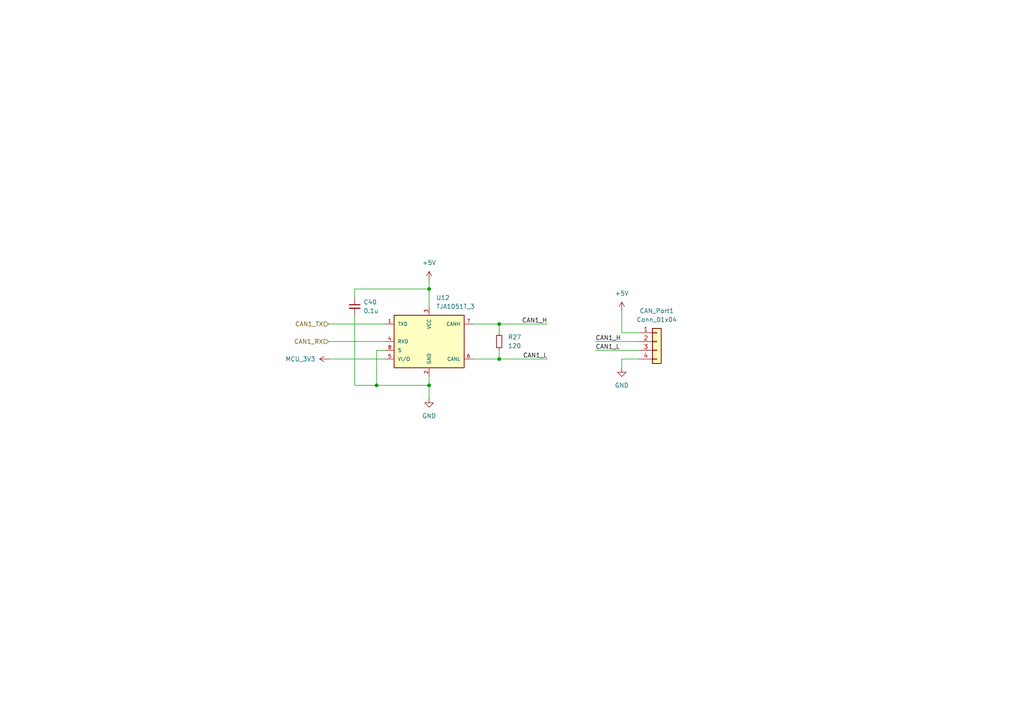
<source format=kicad_sch>
(kicad_sch (version 20231120) (generator "eeschema") (generator_version "8.0")
  (paper "A4")
  (lib_symbols
    (symbol "CAN_Transceiver:TJA1051T_3" (pin_names (offset 1.016))
      (property "Reference" "U" (at -10.16 10.16 0))
      (property "Value" "TJA1051T_3" (at -10.16 -10.16 0))
      (symbol "TJA1051T_3_0_0"
        (rectangle (start -10.16 -7.62) (end 10.16 7.62) (stroke (width 0.254)) (fill (type background)))
        (pin output line (at -12.7 5.08 0) (length 2.54) (name "TXD") (number "1"))
        (pin bidirectional line (at 0 -10.16 90) (length 2.54) (name "GND") (number "2"))
        (pin bidirectional line (at 0 10.16 270) (length 2.54) (name "VCC") (number "3"))
        (pin bidirectional line (at -12.7 0 0) (length 2.54) (name "RXD") (number "4"))
        (pin passive line (at -12.7 -5.08 0) (length 2.54) (name "VI/O") (number "5"))
        (pin bidirectional line (at 12.7 -5.08 180) (length 2.54) (name "CANL") (number "6"))
        (pin bidirectional line (at 12.7 5.08 180) (length 2.54) (name "CANH") (number "7"))
        (pin power_in line (at -12.7 -2.54 0) (length 2.54) (name "S") (number "8"))
      )
    )
    (symbol "Connector_Generic:Conn_01x04" (pin_names (offset 1.016) hide)
      (property "Reference" "J" (at 0 5.08 0))
      (property "Value" "Conn_01x04" (at 0 -7.62 0))
      (symbol "Conn_01x04_1_1"
        (rectangle (start -1.27 -4.953) (end 0 -5.207) (stroke (width 0.1524)))
        (rectangle (start -1.27 -2.413) (end 0 -2.667) (stroke (width 0.1524)))
        (rectangle (start -1.27 0.127) (end 0 -0.127) (stroke (width 0.1524)))
        (rectangle (start -1.27 2.667) (end 0 2.413) (stroke (width 0.1524)))
        (rectangle (start -1.27 3.81) (end 1.27 -6.35) (stroke (width 0.254)) (fill (type background)))
        (pin passive line (at -5.08 2.54 0) (length 3.81) (name "Pin_1") (number "1"))
        (pin passive line (at -5.08 0 0) (length 3.81) (name "Pin_2") (number "2"))
        (pin passive line (at -5.08 -2.54 0) (length 3.81) (name "Pin_3") (number "3"))
        (pin passive line (at -5.08 -5.08 0) (length 3.81) (name "Pin_4") (number "4"))
      )
    )
    (symbol "Device:C_Small" (pin_numbers hide) (pin_names (offset 0.254) hide)
      (property "Reference" "C" (at 0.254 1.778 0))
      (property "Value" "C_Small" (at 0.254 -2.032 0))
      (symbol "C_Small_0_1"
        (polyline (pts (xy -1.524 -0.508) (xy 1.524 -0.508)) (stroke (width 0.3302)))
        (polyline (pts (xy -1.524 0.508) (xy 1.524 0.508)) (stroke (width 0.3048)))
      )
      (symbol "C_Small_1_1"
        (pin passive line (at 0 2.54 270) (length 2.032) (name "~") (number "1"))
        (pin passive line (at 0 -2.54 90) (length 2.032) (name "~") (number "2"))
      )
    )
    (symbol "Device:R_Small" (pin_numbers hide) (pin_names (offset 0.254) hide)
      (property "Reference" "R" (at 0.762 0.508 0))
      (property "Value" "R_Small" (at 0.762 -1.016 0))
      (symbol "R_Small_0_1"
        (rectangle (start -0.762 1.778) (end 0.762 -1.778) (stroke (width 0.2032)))
      )
      (symbol "R_Small_1_1"
        (pin passive line (at 0 2.54 270) (length 0.762) (name "~") (number "1"))
        (pin passive line (at 0 -2.54 90) (length 0.762) (name "~") (number "2"))
      )
    )
    (symbol "power:+3.3V" (power) (pin_numbers hide) (pin_names (offset 0) hide)
      (property "Value" "+3.3V" (at 0 3.556 0))
      (symbol "+3.3V_0_1"
        (polyline (pts (xy -0.762 1.27) (xy 0 2.54)))
        (polyline (pts (xy 0 0) (xy 0 2.54)))
        (polyline (pts (xy 0 2.54) (xy 0.762 1.27)))
      )
      (symbol "+3.3V_1_1"
        (pin power_in line (at 0 0 90) (length 0) (name "~") (number "1"))
      )
    )
    (symbol "power:+5V" (power) (pin_numbers hide) (pin_names (offset 0) hide)
      (property "Value" "+5V" (at 0 3.556 0))
      (symbol "+5V_0_1"
        (polyline (pts (xy -0.762 1.27) (xy 0 2.54)))
        (polyline (pts (xy 0 0) (xy 0 2.54)))
        (polyline (pts (xy 0 2.54) (xy 0.762 1.27)))
      )
      (symbol "+5V_1_1"
        (pin power_in line (at 0 0 90) (length 0) (name "~") (number "1"))
      )
    )
    (symbol "power:GND" (power) (pin_numbers hide) (pin_names (offset 0) hide)
      (property "Value" "GND" (at 0 -3.81 0))
      (symbol "GND_0_1"
        (polyline (pts (xy 0 0) (xy 0 -1.27) (xy 1.27 -1.27) (xy 0 -2.54) (xy -1.27 -1.27) (xy 0 -1.27)))
      )
      (symbol "GND_1_1"
        (pin power_in line (at 0 0 270) (length 0) (name "~") (number "1"))
      )
    )
  )
  (junction (at 144.78 93.98))
  (junction (at 124.46 83.82))
  (junction (at 124.46 111.76))
  (junction (at 109.22 111.76))
  (junction (at 144.78 104.14))
  (wire (pts (xy 102.87 86.36) (xy 102.87 83.82)))
  (wire (pts (xy 124.46 115.57) (xy 124.46 111.76)))
  (wire (pts (xy 102.87 91.44) (xy 102.87 111.76)))
  (wire (pts (xy 172.72 99.06) (xy 185.42 99.06)))
  (wire (pts (xy 137.16 93.98) (xy 144.78 93.98)))
  (wire (pts (xy 172.72 101.6) (xy 185.42 101.6)))
  (wire (pts (xy 137.16 104.14) (xy 144.78 104.14)))
  (wire (pts (xy 144.78 93.98) (xy 144.78 96.52)))
  (wire (pts (xy 180.34 104.14) (xy 185.42 104.14)))
  (wire (pts (xy 109.22 101.6) (xy 109.22 111.76)))
  (wire (pts (xy 111.76 101.6) (xy 109.22 101.6)))
  (wire (pts (xy 144.78 104.14) (xy 158.75 104.14)))
  (wire (pts (xy 102.87 111.76) (xy 109.22 111.76)))
  (wire (pts (xy 95.25 104.14) (xy 111.76 104.14)))
  (wire (pts (xy 180.34 96.52) (xy 185.42 96.52)))
  (wire (pts (xy 95.25 93.98) (xy 111.76 93.98)))
  (wire (pts (xy 124.46 111.76) (xy 124.46 109.22)))
  (wire (pts (xy 180.34 106.68) (xy 180.34 104.14)))
  (wire (pts (xy 109.22 111.76) (xy 124.46 111.76)))
  (wire (pts (xy 144.78 93.98) (xy 158.75 93.98)))
  (wire (pts (xy 95.25 99.06) (xy 111.76 99.06)))
  (wire (pts (xy 124.46 81.28) (xy 124.46 83.82)))
  (wire (pts (xy 124.46 83.82) (xy 124.46 88.9)))
  (wire (pts (xy 144.78 101.6) (xy 144.78 104.14)))
  (wire (pts (xy 180.34 90.17) (xy 180.34 96.52)))
  (wire (pts (xy 102.87 83.82) (xy 124.46 83.82)))
  (label "CAN1_H" (at 158.75 93.98 180))
  (label "CAN1_L" (at 172.72 101.6 0))
  (label "CAN1_L" (at 158.75 104.14 180))
  (label "CAN1_H" (at 172.72 99.06 0))
  (hierarchical_label "CAN1_RX" (shape input) (at 95.25 99.06 180))
  (hierarchical_label "CAN1_TX" (shape input) (at 95.25 93.98 180))
  (symbol (lib_id "power:+5V") (at 180.34 90.17 0) (unit 1)
    (property "Reference" "#PWR084" (effects (hide yes)))
    (property "Value" "+5V" (at 180.34 85.09 0))
    (property "Description" "Power symbol creates a global label with name \"+5V\"" (effects (hide yes)))
  )
  (symbol (lib_id "Device:R_Small") (at 144.78 99.06 0) (unit 1)
    (property "Reference" "R27" (at 147.32 97.7899 0) (effects (justify left)))
    (property "Value" "120" (at 147.32 100.3299 0) (effects (justify left)))
    (property "Footprint" "Resistor_SMD:R_0402_1005Metric_Pad0.72x0.64mm_HandSolder" (effects (hide yes)))
    (property "Description" "Resistor, small symbol" (effects (hide yes)))
  )
  (symbol (lib_id "power:GND") (at 180.34 106.68 0) (unit 1)
    (property "Reference" "#PWR085" (effects (hide yes)))
    (property "Value" "GND" (at 180.34 111.76 0))
    (property "Description" "Power symbol creates a global label with name \"GND\" , ground" (effects (hide yes)))
  )
  (symbol (lib_id "CAN_Transceiver:TJA1051T_3") (at 124.46 99.06 0) (unit 1)
    (property "Reference" "U12" (at 126.4794 86.36 0) (effects (justify left)))
    (property "Value" "TJA1051T_3" (at 126.4794 88.9 0) (effects (justify left)))
    (property "Footprint" "TJA1051T_3:SOT96-1" (effects (hide yes)))
    (property "MF" "NXP USA" (effects (hide yes)))
    (property "Description_1" "\n1/1 Transceiver Half CANbus 8-SO\n" (effects (hide yes)))
    (property "Package" "SO-8 NXP Semiconductors" (effects (hide yes)))
    (property "Price" "None" (effects (hide yes)))
    (property "SnapEDA_Link" "https://www.snapeda.com/parts/TJA1051T/3/NXP+USA+Inc./view-part/?ref=snap" (effects (hide yes)))
    (property "MP" "TJA1051T/3" (effects (hide yes)))
    (property "Purchase-URL" "https://www.snapeda.com/api/url_track_click_mouser/?unipart_id=626380&manufacturer=NXP USA&part_name=TJA1051T/3&search_term=tja1051" (effects (hide yes)))
    (property "Availability" "In Stock" (effects (hide yes)))
    (property "Check_prices" "https://www.snapeda.com/parts/TJA1051T/3/NXP+USA+Inc./view-part/?ref=eda" (effects (hide yes)))
  )
  (symbol (lib_id "power:+5V") (at 124.46 81.28 0) (unit 1)
    (property "Reference" "#PWR082" (effects (hide yes)))
    (property "Value" "+5V" (at 124.46 76.2 0))
    (property "Description" "Power symbol creates a global label with name \"+5V\"" (effects (hide yes)))
  )
  (symbol (lib_id "power:GND") (at 124.46 115.57 0) (unit 1)
    (property "Reference" "#PWR083" (effects (hide yes)))
    (property "Value" "GND" (at 124.46 120.65 0))
    (property "Description" "Power symbol creates a global label with name \"GND\" , ground" (effects (hide yes)))
  )
  (symbol (lib_id "Device:C_Small") (at 102.87 88.9 0) (unit 1)
    (property "Reference" "C40" (at 105.41 87.6362 0) (effects (justify left)))
    (property "Value" "0.1u" (at 105.41 90.1762 0) (effects (justify left)))
    (property "Footprint" "Capacitor_SMD:C_0402_1005Metric_Pad0.74x0.62mm_HandSolder" (effects (hide yes)))
    (property "Description" "Unpolarized capacitor, small symbol" (effects (hide yes)))
  )
  (symbol (lib_id "Connector_Generic:Conn_01x04") (at 190.5 99.06 0) (unit 1)
    (property "Reference" "CAN_Port1" (at 190.5 90.17 0))
    (property "Value" "Conn_01x04" (at 190.5 92.71 0))
    (property "Footprint" "Connector_JST:JST_GH_BM04B-GHS-TBT_1x04-1MP_P1.25mm_Vertical" (effects (hide yes)))
    (property "Description" "Generic connector, single row, 01x04, script generated (kicad-library-utils/schlib/autogen/connector/)" (effects (hide yes)))
  )
  (symbol (lib_id "power:+3.3V") (at 95.25 104.14 90) (unit 1)
    (property "Reference" "#PWR081" (effects (hide yes)))
    (property "Value" "MCU_3V3" (at 87.122 104.14 90))
    (property "Description" "Power symbol creates a global label with name \"+3.3V\"" (effects (hide yes)))
  )
)
</source>
